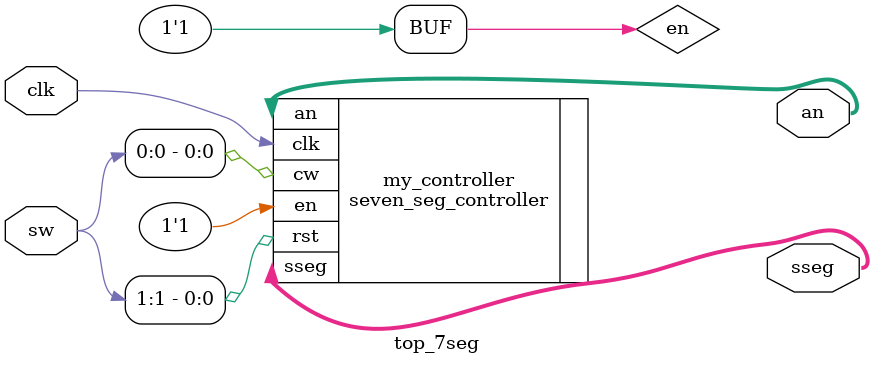
<source format=sv>
`timescale 1ns / 1ps


module top_7seg(
    input logic clk,
    input logic [1:0] sw,
    output logic [7:0] sseg,
    output logic [7:0] an
    );
    assign en = 1'b1;
    seven_seg_controller my_controller(.clk(clk),.rst(sw[1]),.cw(sw[0]),.en(en),.sseg(sseg),.an(an));
endmodule

</source>
